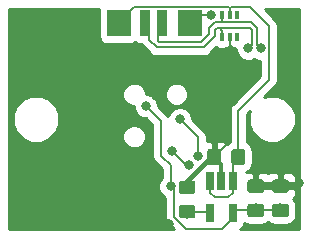
<source format=gbr>
G04 #@! TF.GenerationSoftware,KiCad,Pcbnew,(5.0.0)*
G04 #@! TF.CreationDate,2018-09-26T10:31:33+02:00*
G04 #@! TF.ProjectId,OpenThermalCamera,4F70656E546865726D616C43616D6572,rev?*
G04 #@! TF.SameCoordinates,Original*
G04 #@! TF.FileFunction,Copper,L1,Top,Signal*
G04 #@! TF.FilePolarity,Positive*
%FSLAX46Y46*%
G04 Gerber Fmt 4.6, Leading zero omitted, Abs format (unit mm)*
G04 Created by KiCad (PCBNEW (5.0.0)) date 09/26/18 10:31:33*
%MOMM*%
%LPD*%
G01*
G04 APERTURE LIST*
G04 #@! TA.AperFunction,SMDPad,CuDef*
%ADD10R,0.900000X2.200000*%
G04 #@! TD*
G04 #@! TA.AperFunction,SMDPad,CuDef*
%ADD11R,2.000000X2.200000*%
G04 #@! TD*
G04 #@! TA.AperFunction,Conductor*
%ADD12C,0.100000*%
G04 #@! TD*
G04 #@! TA.AperFunction,SMDPad,CuDef*
%ADD13C,1.150000*%
G04 #@! TD*
G04 #@! TA.AperFunction,SMDPad,CuDef*
%ADD14R,0.650000X1.560000*%
G04 #@! TD*
G04 #@! TA.AperFunction,SMDPad,CuDef*
%ADD15R,0.400000X0.650000*%
G04 #@! TD*
G04 #@! TA.AperFunction,ViaPad*
%ADD16C,0.800000*%
G04 #@! TD*
G04 #@! TA.AperFunction,Conductor*
%ADD17C,0.200000*%
G04 #@! TD*
G04 #@! TA.AperFunction,Conductor*
%ADD18C,0.400000*%
G04 #@! TD*
G04 #@! TA.AperFunction,Conductor*
%ADD19C,0.300000*%
G04 #@! TD*
G04 #@! TA.AperFunction,Conductor*
%ADD20C,0.254000*%
G04 #@! TD*
G04 APERTURE END LIST*
D10*
G04 #@! TO.P,J2,2*
G04 #@! TO.N,/USB_N*
X39250000Y-28900000D03*
D11*
G04 #@! TO.P,J2,1*
G04 #@! TO.N,+5V*
X37000000Y-28900000D03*
G04 #@! TO.P,J2,4*
G04 #@! TO.N,GND*
X43000000Y-28900000D03*
D10*
G04 #@! TO.P,J2,3*
G04 #@! TO.N,/USB_P*
X40650000Y-28900000D03*
G04 #@! TD*
D12*
G04 #@! TO.N,GND*
G04 #@! TO.C,C6*
G36*
X51174505Y-42101204D02*
X51198773Y-42104804D01*
X51222572Y-42110765D01*
X51245671Y-42119030D01*
X51267850Y-42129520D01*
X51288893Y-42142132D01*
X51308599Y-42156747D01*
X51326777Y-42173223D01*
X51343253Y-42191401D01*
X51357868Y-42211107D01*
X51370480Y-42232150D01*
X51380970Y-42254329D01*
X51389235Y-42277428D01*
X51395196Y-42301227D01*
X51398796Y-42325495D01*
X51400000Y-42349999D01*
X51400000Y-43000001D01*
X51398796Y-43024505D01*
X51395196Y-43048773D01*
X51389235Y-43072572D01*
X51380970Y-43095671D01*
X51370480Y-43117850D01*
X51357868Y-43138893D01*
X51343253Y-43158599D01*
X51326777Y-43176777D01*
X51308599Y-43193253D01*
X51288893Y-43207868D01*
X51267850Y-43220480D01*
X51245671Y-43230970D01*
X51222572Y-43239235D01*
X51198773Y-43245196D01*
X51174505Y-43248796D01*
X51150001Y-43250000D01*
X50249999Y-43250000D01*
X50225495Y-43248796D01*
X50201227Y-43245196D01*
X50177428Y-43239235D01*
X50154329Y-43230970D01*
X50132150Y-43220480D01*
X50111107Y-43207868D01*
X50091401Y-43193253D01*
X50073223Y-43176777D01*
X50056747Y-43158599D01*
X50042132Y-43138893D01*
X50029520Y-43117850D01*
X50019030Y-43095671D01*
X50010765Y-43072572D01*
X50004804Y-43048773D01*
X50001204Y-43024505D01*
X50000000Y-43000001D01*
X50000000Y-42349999D01*
X50001204Y-42325495D01*
X50004804Y-42301227D01*
X50010765Y-42277428D01*
X50019030Y-42254329D01*
X50029520Y-42232150D01*
X50042132Y-42211107D01*
X50056747Y-42191401D01*
X50073223Y-42173223D01*
X50091401Y-42156747D01*
X50111107Y-42142132D01*
X50132150Y-42129520D01*
X50154329Y-42119030D01*
X50177428Y-42110765D01*
X50201227Y-42104804D01*
X50225495Y-42101204D01*
X50249999Y-42100000D01*
X51150001Y-42100000D01*
X51174505Y-42101204D01*
X51174505Y-42101204D01*
G37*
D13*
G04 #@! TD*
G04 #@! TO.P,C6,2*
G04 #@! TO.N,GND*
X50700000Y-42675000D03*
D12*
G04 #@! TO.N,+3V3*
G04 #@! TO.C,C6*
G36*
X51174505Y-44151204D02*
X51198773Y-44154804D01*
X51222572Y-44160765D01*
X51245671Y-44169030D01*
X51267850Y-44179520D01*
X51288893Y-44192132D01*
X51308599Y-44206747D01*
X51326777Y-44223223D01*
X51343253Y-44241401D01*
X51357868Y-44261107D01*
X51370480Y-44282150D01*
X51380970Y-44304329D01*
X51389235Y-44327428D01*
X51395196Y-44351227D01*
X51398796Y-44375495D01*
X51400000Y-44399999D01*
X51400000Y-45050001D01*
X51398796Y-45074505D01*
X51395196Y-45098773D01*
X51389235Y-45122572D01*
X51380970Y-45145671D01*
X51370480Y-45167850D01*
X51357868Y-45188893D01*
X51343253Y-45208599D01*
X51326777Y-45226777D01*
X51308599Y-45243253D01*
X51288893Y-45257868D01*
X51267850Y-45270480D01*
X51245671Y-45280970D01*
X51222572Y-45289235D01*
X51198773Y-45295196D01*
X51174505Y-45298796D01*
X51150001Y-45300000D01*
X50249999Y-45300000D01*
X50225495Y-45298796D01*
X50201227Y-45295196D01*
X50177428Y-45289235D01*
X50154329Y-45280970D01*
X50132150Y-45270480D01*
X50111107Y-45257868D01*
X50091401Y-45243253D01*
X50073223Y-45226777D01*
X50056747Y-45208599D01*
X50042132Y-45188893D01*
X50029520Y-45167850D01*
X50019030Y-45145671D01*
X50010765Y-45122572D01*
X50004804Y-45098773D01*
X50001204Y-45074505D01*
X50000000Y-45050001D01*
X50000000Y-44399999D01*
X50001204Y-44375495D01*
X50004804Y-44351227D01*
X50010765Y-44327428D01*
X50019030Y-44304329D01*
X50029520Y-44282150D01*
X50042132Y-44261107D01*
X50056747Y-44241401D01*
X50073223Y-44223223D01*
X50091401Y-44206747D01*
X50111107Y-44192132D01*
X50132150Y-44179520D01*
X50154329Y-44169030D01*
X50177428Y-44160765D01*
X50201227Y-44154804D01*
X50225495Y-44151204D01*
X50249999Y-44150000D01*
X51150001Y-44150000D01*
X51174505Y-44151204D01*
X51174505Y-44151204D01*
G37*
D13*
G04 #@! TD*
G04 #@! TO.P,C6,1*
G04 #@! TO.N,+3V3*
X50700000Y-44725000D03*
D12*
G04 #@! TO.N,GND*
G04 #@! TO.C,C3*
G36*
X45424505Y-39501204D02*
X45448773Y-39504804D01*
X45472572Y-39510765D01*
X45495671Y-39519030D01*
X45517850Y-39529520D01*
X45538893Y-39542132D01*
X45558599Y-39556747D01*
X45576777Y-39573223D01*
X45593253Y-39591401D01*
X45607868Y-39611107D01*
X45620480Y-39632150D01*
X45630970Y-39654329D01*
X45639235Y-39677428D01*
X45645196Y-39701227D01*
X45648796Y-39725495D01*
X45650000Y-39749999D01*
X45650000Y-40650001D01*
X45648796Y-40674505D01*
X45645196Y-40698773D01*
X45639235Y-40722572D01*
X45630970Y-40745671D01*
X45620480Y-40767850D01*
X45607868Y-40788893D01*
X45593253Y-40808599D01*
X45576777Y-40826777D01*
X45558599Y-40843253D01*
X45538893Y-40857868D01*
X45517850Y-40870480D01*
X45495671Y-40880970D01*
X45472572Y-40889235D01*
X45448773Y-40895196D01*
X45424505Y-40898796D01*
X45400001Y-40900000D01*
X44749999Y-40900000D01*
X44725495Y-40898796D01*
X44701227Y-40895196D01*
X44677428Y-40889235D01*
X44654329Y-40880970D01*
X44632150Y-40870480D01*
X44611107Y-40857868D01*
X44591401Y-40843253D01*
X44573223Y-40826777D01*
X44556747Y-40808599D01*
X44542132Y-40788893D01*
X44529520Y-40767850D01*
X44519030Y-40745671D01*
X44510765Y-40722572D01*
X44504804Y-40698773D01*
X44501204Y-40674505D01*
X44500000Y-40650001D01*
X44500000Y-39749999D01*
X44501204Y-39725495D01*
X44504804Y-39701227D01*
X44510765Y-39677428D01*
X44519030Y-39654329D01*
X44529520Y-39632150D01*
X44542132Y-39611107D01*
X44556747Y-39591401D01*
X44573223Y-39573223D01*
X44591401Y-39556747D01*
X44611107Y-39542132D01*
X44632150Y-39529520D01*
X44654329Y-39519030D01*
X44677428Y-39510765D01*
X44701227Y-39504804D01*
X44725495Y-39501204D01*
X44749999Y-39500000D01*
X45400001Y-39500000D01*
X45424505Y-39501204D01*
X45424505Y-39501204D01*
G37*
D13*
G04 #@! TD*
G04 #@! TO.P,C3,2*
G04 #@! TO.N,GND*
X45075000Y-40200000D03*
D12*
G04 #@! TO.N,+5V*
G04 #@! TO.C,C3*
G36*
X47474505Y-39501204D02*
X47498773Y-39504804D01*
X47522572Y-39510765D01*
X47545671Y-39519030D01*
X47567850Y-39529520D01*
X47588893Y-39542132D01*
X47608599Y-39556747D01*
X47626777Y-39573223D01*
X47643253Y-39591401D01*
X47657868Y-39611107D01*
X47670480Y-39632150D01*
X47680970Y-39654329D01*
X47689235Y-39677428D01*
X47695196Y-39701227D01*
X47698796Y-39725495D01*
X47700000Y-39749999D01*
X47700000Y-40650001D01*
X47698796Y-40674505D01*
X47695196Y-40698773D01*
X47689235Y-40722572D01*
X47680970Y-40745671D01*
X47670480Y-40767850D01*
X47657868Y-40788893D01*
X47643253Y-40808599D01*
X47626777Y-40826777D01*
X47608599Y-40843253D01*
X47588893Y-40857868D01*
X47567850Y-40870480D01*
X47545671Y-40880970D01*
X47522572Y-40889235D01*
X47498773Y-40895196D01*
X47474505Y-40898796D01*
X47450001Y-40900000D01*
X46799999Y-40900000D01*
X46775495Y-40898796D01*
X46751227Y-40895196D01*
X46727428Y-40889235D01*
X46704329Y-40880970D01*
X46682150Y-40870480D01*
X46661107Y-40857868D01*
X46641401Y-40843253D01*
X46623223Y-40826777D01*
X46606747Y-40808599D01*
X46592132Y-40788893D01*
X46579520Y-40767850D01*
X46569030Y-40745671D01*
X46560765Y-40722572D01*
X46554804Y-40698773D01*
X46551204Y-40674505D01*
X46550000Y-40650001D01*
X46550000Y-39749999D01*
X46551204Y-39725495D01*
X46554804Y-39701227D01*
X46560765Y-39677428D01*
X46569030Y-39654329D01*
X46579520Y-39632150D01*
X46592132Y-39611107D01*
X46606747Y-39591401D01*
X46623223Y-39573223D01*
X46641401Y-39556747D01*
X46661107Y-39542132D01*
X46682150Y-39529520D01*
X46704329Y-39519030D01*
X46727428Y-39510765D01*
X46751227Y-39504804D01*
X46775495Y-39501204D01*
X46799999Y-39500000D01*
X47450001Y-39500000D01*
X47474505Y-39501204D01*
X47474505Y-39501204D01*
G37*
D13*
G04 #@! TD*
G04 #@! TO.P,C3,1*
G04 #@! TO.N,+5V*
X47125000Y-40200000D03*
D12*
G04 #@! TO.N,GND*
G04 #@! TO.C,C2*
G36*
X43274505Y-42201204D02*
X43298773Y-42204804D01*
X43322572Y-42210765D01*
X43345671Y-42219030D01*
X43367850Y-42229520D01*
X43388893Y-42242132D01*
X43408599Y-42256747D01*
X43426777Y-42273223D01*
X43443253Y-42291401D01*
X43457868Y-42311107D01*
X43470480Y-42332150D01*
X43480970Y-42354329D01*
X43489235Y-42377428D01*
X43495196Y-42401227D01*
X43498796Y-42425495D01*
X43500000Y-42449999D01*
X43500000Y-43100001D01*
X43498796Y-43124505D01*
X43495196Y-43148773D01*
X43489235Y-43172572D01*
X43480970Y-43195671D01*
X43470480Y-43217850D01*
X43457868Y-43238893D01*
X43443253Y-43258599D01*
X43426777Y-43276777D01*
X43408599Y-43293253D01*
X43388893Y-43307868D01*
X43367850Y-43320480D01*
X43345671Y-43330970D01*
X43322572Y-43339235D01*
X43298773Y-43345196D01*
X43274505Y-43348796D01*
X43250001Y-43350000D01*
X42349999Y-43350000D01*
X42325495Y-43348796D01*
X42301227Y-43345196D01*
X42277428Y-43339235D01*
X42254329Y-43330970D01*
X42232150Y-43320480D01*
X42211107Y-43307868D01*
X42191401Y-43293253D01*
X42173223Y-43276777D01*
X42156747Y-43258599D01*
X42142132Y-43238893D01*
X42129520Y-43217850D01*
X42119030Y-43195671D01*
X42110765Y-43172572D01*
X42104804Y-43148773D01*
X42101204Y-43124505D01*
X42100000Y-43100001D01*
X42100000Y-42449999D01*
X42101204Y-42425495D01*
X42104804Y-42401227D01*
X42110765Y-42377428D01*
X42119030Y-42354329D01*
X42129520Y-42332150D01*
X42142132Y-42311107D01*
X42156747Y-42291401D01*
X42173223Y-42273223D01*
X42191401Y-42256747D01*
X42211107Y-42242132D01*
X42232150Y-42229520D01*
X42254329Y-42219030D01*
X42277428Y-42210765D01*
X42301227Y-42204804D01*
X42325495Y-42201204D01*
X42349999Y-42200000D01*
X43250001Y-42200000D01*
X43274505Y-42201204D01*
X43274505Y-42201204D01*
G37*
D13*
G04 #@! TD*
G04 #@! TO.P,C2,2*
G04 #@! TO.N,GND*
X42800000Y-42775000D03*
D12*
G04 #@! TO.N,Net-(C2-Pad1)*
G04 #@! TO.C,C2*
G36*
X43274505Y-44251204D02*
X43298773Y-44254804D01*
X43322572Y-44260765D01*
X43345671Y-44269030D01*
X43367850Y-44279520D01*
X43388893Y-44292132D01*
X43408599Y-44306747D01*
X43426777Y-44323223D01*
X43443253Y-44341401D01*
X43457868Y-44361107D01*
X43470480Y-44382150D01*
X43480970Y-44404329D01*
X43489235Y-44427428D01*
X43495196Y-44451227D01*
X43498796Y-44475495D01*
X43500000Y-44499999D01*
X43500000Y-45150001D01*
X43498796Y-45174505D01*
X43495196Y-45198773D01*
X43489235Y-45222572D01*
X43480970Y-45245671D01*
X43470480Y-45267850D01*
X43457868Y-45288893D01*
X43443253Y-45308599D01*
X43426777Y-45326777D01*
X43408599Y-45343253D01*
X43388893Y-45357868D01*
X43367850Y-45370480D01*
X43345671Y-45380970D01*
X43322572Y-45389235D01*
X43298773Y-45395196D01*
X43274505Y-45398796D01*
X43250001Y-45400000D01*
X42349999Y-45400000D01*
X42325495Y-45398796D01*
X42301227Y-45395196D01*
X42277428Y-45389235D01*
X42254329Y-45380970D01*
X42232150Y-45370480D01*
X42211107Y-45357868D01*
X42191401Y-45343253D01*
X42173223Y-45326777D01*
X42156747Y-45308599D01*
X42142132Y-45288893D01*
X42129520Y-45267850D01*
X42119030Y-45245671D01*
X42110765Y-45222572D01*
X42104804Y-45198773D01*
X42101204Y-45174505D01*
X42100000Y-45150001D01*
X42100000Y-44499999D01*
X42101204Y-44475495D01*
X42104804Y-44451227D01*
X42110765Y-44427428D01*
X42119030Y-44404329D01*
X42129520Y-44382150D01*
X42142132Y-44361107D01*
X42156747Y-44341401D01*
X42173223Y-44323223D01*
X42191401Y-44306747D01*
X42211107Y-44292132D01*
X42232150Y-44279520D01*
X42254329Y-44269030D01*
X42277428Y-44260765D01*
X42301227Y-44254804D01*
X42325495Y-44251204D01*
X42349999Y-44250000D01*
X43250001Y-44250000D01*
X43274505Y-44251204D01*
X43274505Y-44251204D01*
G37*
D13*
G04 #@! TD*
G04 #@! TO.P,C2,1*
G04 #@! TO.N,Net-(C2-Pad1)*
X42800000Y-44825000D03*
D12*
G04 #@! TO.N,+3V3*
G04 #@! TO.C,C1*
G36*
X49074505Y-44151204D02*
X49098773Y-44154804D01*
X49122572Y-44160765D01*
X49145671Y-44169030D01*
X49167850Y-44179520D01*
X49188893Y-44192132D01*
X49208599Y-44206747D01*
X49226777Y-44223223D01*
X49243253Y-44241401D01*
X49257868Y-44261107D01*
X49270480Y-44282150D01*
X49280970Y-44304329D01*
X49289235Y-44327428D01*
X49295196Y-44351227D01*
X49298796Y-44375495D01*
X49300000Y-44399999D01*
X49300000Y-45050001D01*
X49298796Y-45074505D01*
X49295196Y-45098773D01*
X49289235Y-45122572D01*
X49280970Y-45145671D01*
X49270480Y-45167850D01*
X49257868Y-45188893D01*
X49243253Y-45208599D01*
X49226777Y-45226777D01*
X49208599Y-45243253D01*
X49188893Y-45257868D01*
X49167850Y-45270480D01*
X49145671Y-45280970D01*
X49122572Y-45289235D01*
X49098773Y-45295196D01*
X49074505Y-45298796D01*
X49050001Y-45300000D01*
X48149999Y-45300000D01*
X48125495Y-45298796D01*
X48101227Y-45295196D01*
X48077428Y-45289235D01*
X48054329Y-45280970D01*
X48032150Y-45270480D01*
X48011107Y-45257868D01*
X47991401Y-45243253D01*
X47973223Y-45226777D01*
X47956747Y-45208599D01*
X47942132Y-45188893D01*
X47929520Y-45167850D01*
X47919030Y-45145671D01*
X47910765Y-45122572D01*
X47904804Y-45098773D01*
X47901204Y-45074505D01*
X47900000Y-45050001D01*
X47900000Y-44399999D01*
X47901204Y-44375495D01*
X47904804Y-44351227D01*
X47910765Y-44327428D01*
X47919030Y-44304329D01*
X47929520Y-44282150D01*
X47942132Y-44261107D01*
X47956747Y-44241401D01*
X47973223Y-44223223D01*
X47991401Y-44206747D01*
X48011107Y-44192132D01*
X48032150Y-44179520D01*
X48054329Y-44169030D01*
X48077428Y-44160765D01*
X48101227Y-44154804D01*
X48125495Y-44151204D01*
X48149999Y-44150000D01*
X49050001Y-44150000D01*
X49074505Y-44151204D01*
X49074505Y-44151204D01*
G37*
D13*
G04 #@! TD*
G04 #@! TO.P,C1,1*
G04 #@! TO.N,+3V3*
X48600000Y-44725000D03*
D12*
G04 #@! TO.N,GND*
G04 #@! TO.C,C1*
G36*
X49074505Y-42101204D02*
X49098773Y-42104804D01*
X49122572Y-42110765D01*
X49145671Y-42119030D01*
X49167850Y-42129520D01*
X49188893Y-42142132D01*
X49208599Y-42156747D01*
X49226777Y-42173223D01*
X49243253Y-42191401D01*
X49257868Y-42211107D01*
X49270480Y-42232150D01*
X49280970Y-42254329D01*
X49289235Y-42277428D01*
X49295196Y-42301227D01*
X49298796Y-42325495D01*
X49300000Y-42349999D01*
X49300000Y-43000001D01*
X49298796Y-43024505D01*
X49295196Y-43048773D01*
X49289235Y-43072572D01*
X49280970Y-43095671D01*
X49270480Y-43117850D01*
X49257868Y-43138893D01*
X49243253Y-43158599D01*
X49226777Y-43176777D01*
X49208599Y-43193253D01*
X49188893Y-43207868D01*
X49167850Y-43220480D01*
X49145671Y-43230970D01*
X49122572Y-43239235D01*
X49098773Y-43245196D01*
X49074505Y-43248796D01*
X49050001Y-43250000D01*
X48149999Y-43250000D01*
X48125495Y-43248796D01*
X48101227Y-43245196D01*
X48077428Y-43239235D01*
X48054329Y-43230970D01*
X48032150Y-43220480D01*
X48011107Y-43207868D01*
X47991401Y-43193253D01*
X47973223Y-43176777D01*
X47956747Y-43158599D01*
X47942132Y-43138893D01*
X47929520Y-43117850D01*
X47919030Y-43095671D01*
X47910765Y-43072572D01*
X47904804Y-43048773D01*
X47901204Y-43024505D01*
X47900000Y-43000001D01*
X47900000Y-42349999D01*
X47901204Y-42325495D01*
X47904804Y-42301227D01*
X47910765Y-42277428D01*
X47919030Y-42254329D01*
X47929520Y-42232150D01*
X47942132Y-42211107D01*
X47956747Y-42191401D01*
X47973223Y-42173223D01*
X47991401Y-42156747D01*
X48011107Y-42142132D01*
X48032150Y-42129520D01*
X48054329Y-42119030D01*
X48077428Y-42110765D01*
X48101227Y-42104804D01*
X48125495Y-42101204D01*
X48149999Y-42100000D01*
X49050001Y-42100000D01*
X49074505Y-42101204D01*
X49074505Y-42101204D01*
G37*
D13*
G04 #@! TD*
G04 #@! TO.P,C1,2*
G04 #@! TO.N,GND*
X48600000Y-42675000D03*
D14*
G04 #@! TO.P,U2,1*
G04 #@! TO.N,+5V*
X46650000Y-42250000D03*
G04 #@! TO.P,U2,2*
G04 #@! TO.N,GND*
X45700000Y-42250000D03*
G04 #@! TO.P,U2,3*
G04 #@! TO.N,+5V*
X44750000Y-42250000D03*
G04 #@! TO.P,U2,4*
G04 #@! TO.N,Net-(C2-Pad1)*
X44750000Y-44950000D03*
G04 #@! TO.P,U2,5*
G04 #@! TO.N,+3V3*
X46650000Y-44950000D03*
G04 #@! TD*
D15*
G04 #@! TO.P,U4,1*
G04 #@! TO.N,/USB_N*
X45750000Y-30050000D03*
G04 #@! TO.P,U4,3*
G04 #@! TO.N,Net-(U4-Pad3)*
X47050000Y-30050000D03*
G04 #@! TO.P,U4,5*
G04 #@! TO.N,+5V*
X46400000Y-28150000D03*
G04 #@! TO.P,U4,2*
G04 #@! TO.N,GND*
X46400000Y-30050000D03*
G04 #@! TO.P,U4,4*
G04 #@! TO.N,Net-(U4-Pad4)*
X47050000Y-28150000D03*
G04 #@! TO.P,U4,6*
G04 #@! TO.N,/USB_P*
X45750000Y-28150000D03*
G04 #@! TD*
D16*
G04 #@! TO.N,/I2C_SCL*
X41500000Y-39700000D03*
X42984307Y-40884307D03*
G04 #@! TO.N,GND*
X41300000Y-45900000D03*
X44800000Y-28200000D03*
X46400000Y-31300000D03*
X52300000Y-42400000D03*
X40200000Y-35000000D03*
X51400000Y-29100000D03*
X29200000Y-45200000D03*
X34400000Y-39300000D03*
X44700000Y-33600000D03*
X38300000Y-31900000D03*
X30500000Y-32000000D03*
G04 #@! TO.N,+3V3*
X41400000Y-42700000D03*
X39307898Y-35900000D03*
G04 #@! TO.N,/I2C_SDA*
X42200000Y-37000000D03*
X43734307Y-40134307D03*
G04 #@! TO.N,/USB_P*
X49025000Y-31000000D03*
G04 #@! TO.N,/USB_N*
X47975000Y-31000000D03*
G04 #@! TD*
D17*
G04 #@! TO.N,/I2C_SCL*
X41500000Y-39700000D02*
X42684307Y-40884307D01*
X42684307Y-40884307D02*
X42984307Y-40884307D01*
G04 #@! TO.N,GND*
X46400000Y-31300000D02*
X46400000Y-30050000D01*
X46400000Y-38875000D02*
X45075000Y-40200000D01*
X48875000Y-42400000D02*
X48600000Y-42675000D01*
X52300000Y-42400000D02*
X48875000Y-42400000D01*
X42800000Y-42475000D02*
X42800000Y-42775000D01*
X50975000Y-42400000D02*
X50700000Y-42675000D01*
X52300000Y-42400000D02*
X50975000Y-42400000D01*
X46360852Y-33860852D02*
X46400000Y-33900000D01*
X40200000Y-35000000D02*
X41339148Y-33860852D01*
X46400000Y-33900000D02*
X46400000Y-38875000D01*
X41600000Y-33600000D02*
X44700000Y-33600000D01*
X41339148Y-33860852D02*
X41600000Y-33600000D01*
X46400000Y-31300000D02*
X46400000Y-33600000D01*
X46400000Y-33600000D02*
X46400000Y-33900000D01*
X44700000Y-33600000D02*
X46400000Y-33600000D01*
X43700000Y-28200000D02*
X43000000Y-28900000D01*
X44800000Y-28200000D02*
X43700000Y-28200000D01*
D18*
X44800000Y-40200000D02*
X42800000Y-42200000D01*
X45075000Y-40200000D02*
X44800000Y-40200000D01*
X42800000Y-42200000D02*
X42800000Y-42475000D01*
D17*
X45300000Y-40200000D02*
X45075000Y-40200000D01*
D19*
X45700000Y-40800000D02*
X45100000Y-40200000D01*
X45700000Y-42250000D02*
X45700000Y-40800000D01*
D17*
G04 #@! TO.N,+3V3*
X50700000Y-44725000D02*
X48600000Y-44725000D01*
X46875000Y-44725000D02*
X46650000Y-44950000D01*
X48600000Y-44725000D02*
X46875000Y-44725000D01*
X45755000Y-46300000D02*
X42722166Y-46300000D01*
X46650000Y-45405000D02*
X45755000Y-46300000D01*
X46650000Y-44950000D02*
X46650000Y-45405000D01*
X41700000Y-43000000D02*
X41400000Y-42700000D01*
X42722166Y-46300000D02*
X41700000Y-45277834D01*
X41700000Y-45277834D02*
X41700000Y-43000000D01*
X40600000Y-37192102D02*
X40600000Y-40100000D01*
X41400000Y-40900000D02*
X41400000Y-42700000D01*
X40600000Y-40100000D02*
X41400000Y-40900000D01*
X40600000Y-37192102D02*
X39307898Y-35900000D01*
G04 #@! TO.N,/I2C_SDA*
X42200000Y-37000000D02*
X43734307Y-38534307D01*
X43734307Y-38534307D02*
X43734307Y-39568622D01*
X43734307Y-39568622D02*
X43734307Y-40134307D01*
G04 #@! TO.N,Net-(C2-Pad1)*
X44625000Y-44825000D02*
X44750000Y-44950000D01*
X42800000Y-44825000D02*
X44625000Y-44825000D01*
G04 #@! TO.N,+5V*
X49725001Y-29125001D02*
X49725001Y-33674999D01*
X47125000Y-36275000D02*
X47125000Y-40200000D01*
X49725001Y-33674999D02*
X47125000Y-36275000D01*
X46650000Y-43230000D02*
X46280000Y-43600000D01*
X46650000Y-42250000D02*
X46650000Y-43230000D01*
X44750000Y-43230000D02*
X44750000Y-42250000D01*
X45120000Y-43600000D02*
X44750000Y-43230000D01*
X46280000Y-43600000D02*
X45120000Y-43600000D01*
X46650000Y-40675000D02*
X47125000Y-40200000D01*
X46650000Y-42250000D02*
X46650000Y-40675000D01*
X46274999Y-27499999D02*
X46400000Y-27625000D01*
X38300001Y-27499999D02*
X46274999Y-27499999D01*
X37000000Y-28800000D02*
X38300001Y-27499999D01*
X37000000Y-28900000D02*
X37000000Y-28800000D01*
X48124999Y-27524999D02*
X49725001Y-29125001D01*
X46500001Y-27524999D02*
X48124999Y-27524999D01*
X46400000Y-27625000D02*
X46500001Y-27524999D01*
X46400000Y-28150000D02*
X46400000Y-27625000D01*
G04 #@! TO.N,/USB_P*
X45836410Y-28800000D02*
X46100000Y-28800000D01*
X45700000Y-28725000D02*
X45700000Y-28800000D01*
X45750000Y-28675000D02*
X45700000Y-28725000D01*
X45750000Y-28150000D02*
X45750000Y-28675000D01*
X45300000Y-28800000D02*
X45700000Y-28800000D01*
X45700000Y-28800000D02*
X46100000Y-28800000D01*
X48725000Y-30700000D02*
X49025000Y-31000000D01*
X48725000Y-29306800D02*
X48725000Y-30700000D01*
X46100000Y-28800000D02*
X48218200Y-28800000D01*
X48218200Y-28800000D02*
X48725000Y-29306800D01*
X45163590Y-28800000D02*
X45300000Y-28800000D01*
X44675000Y-29288590D02*
X45163590Y-28800000D01*
X44675000Y-29806800D02*
X44675000Y-29288590D01*
X40600000Y-29600000D02*
X40300000Y-29900000D01*
X40600000Y-28900000D02*
X40600000Y-29600000D01*
X40300000Y-29900000D02*
X40300000Y-30381800D01*
X40300000Y-30381800D02*
X40393200Y-30475000D01*
X40393200Y-30475000D02*
X44006800Y-30475000D01*
X44006800Y-30475000D02*
X44675000Y-29806800D01*
X45400000Y-28800000D02*
X45625000Y-28800000D01*
G04 #@! TO.N,/USB_N*
X45500000Y-29300000D02*
X45525000Y-29300000D01*
X45600000Y-29300000D02*
X45500000Y-29300000D01*
X45700000Y-29300000D02*
X45600000Y-29300000D01*
X48275000Y-29493200D02*
X48275000Y-30700000D01*
X48275000Y-30700000D02*
X47975000Y-31000000D01*
X48081800Y-29300000D02*
X48275000Y-29493200D01*
X45300000Y-29300000D02*
X45500000Y-29300000D01*
X45300000Y-29300000D02*
X46300000Y-29300000D01*
X45800000Y-29300000D02*
X46300000Y-29300000D01*
X46300000Y-29300000D02*
X48081800Y-29300000D01*
X45700000Y-29475000D02*
X45700000Y-29300000D01*
X45750000Y-29525000D02*
X45700000Y-29475000D01*
X45750000Y-30050000D02*
X45750000Y-29525000D01*
X45125000Y-29475000D02*
X45300000Y-29300000D01*
X45125000Y-29993200D02*
X45125000Y-29475000D01*
X39300000Y-29600000D02*
X39600000Y-29900000D01*
X39300000Y-28900000D02*
X39300000Y-29600000D01*
X39600000Y-29900000D02*
X39600000Y-30318200D01*
X39600000Y-30318200D02*
X40206800Y-30925000D01*
X40206800Y-30925000D02*
X44193200Y-30925000D01*
X44193200Y-30925000D02*
X45125000Y-29993200D01*
G04 #@! TD*
D20*
G04 #@! TO.N,GND*
G36*
X52290000Y-46290000D02*
X47279871Y-46290000D01*
X47432809Y-46187809D01*
X47573157Y-45977765D01*
X47617858Y-45753037D01*
X47806564Y-45879127D01*
X48149999Y-45947440D01*
X49050001Y-45947440D01*
X49393436Y-45879127D01*
X49650000Y-45707696D01*
X49906564Y-45879127D01*
X50249999Y-45947440D01*
X51150001Y-45947440D01*
X51493436Y-45879127D01*
X51784586Y-45684586D01*
X51979127Y-45393436D01*
X52047440Y-45050001D01*
X52047440Y-44399999D01*
X51979127Y-44056564D01*
X51784586Y-43765414D01*
X51783403Y-43764623D01*
X51938327Y-43609698D01*
X52035000Y-43376309D01*
X52035000Y-42960750D01*
X51876250Y-42802000D01*
X50827000Y-42802000D01*
X50827000Y-42822000D01*
X50573000Y-42822000D01*
X50573000Y-42802000D01*
X48727000Y-42802000D01*
X48727000Y-42822000D01*
X48473000Y-42822000D01*
X48473000Y-42802000D01*
X48453000Y-42802000D01*
X48453000Y-42548000D01*
X48473000Y-42548000D01*
X48473000Y-41623750D01*
X48727000Y-41623750D01*
X48727000Y-42548000D01*
X50573000Y-42548000D01*
X50573000Y-41623750D01*
X50827000Y-41623750D01*
X50827000Y-42548000D01*
X51876250Y-42548000D01*
X52035000Y-42389250D01*
X52035000Y-41973691D01*
X51938327Y-41740302D01*
X51759699Y-41561673D01*
X51526310Y-41465000D01*
X50985750Y-41465000D01*
X50827000Y-41623750D01*
X50573000Y-41623750D01*
X50414250Y-41465000D01*
X49873690Y-41465000D01*
X49650000Y-41557656D01*
X49426310Y-41465000D01*
X48885750Y-41465000D01*
X48727000Y-41623750D01*
X48473000Y-41623750D01*
X48314250Y-41465000D01*
X47814578Y-41465000D01*
X48084586Y-41284586D01*
X48279127Y-40993436D01*
X48347440Y-40650001D01*
X48347440Y-39749999D01*
X48279127Y-39406564D01*
X48084586Y-39115414D01*
X47860000Y-38965350D01*
X47860000Y-36579446D01*
X48142784Y-36296662D01*
X48015000Y-36605159D01*
X48015000Y-37394841D01*
X48317199Y-38124412D01*
X48875588Y-38682801D01*
X49605159Y-38985000D01*
X50394841Y-38985000D01*
X51124412Y-38682801D01*
X51682801Y-38124412D01*
X51985000Y-37394841D01*
X51985000Y-36605159D01*
X51682801Y-35875588D01*
X51124412Y-35317199D01*
X50394841Y-35015000D01*
X49605159Y-35015000D01*
X49296663Y-35142784D01*
X50193538Y-34245908D01*
X50254906Y-34204904D01*
X50417355Y-33961782D01*
X50460001Y-33747387D01*
X50474400Y-33674999D01*
X50460001Y-33602611D01*
X50460001Y-29197389D01*
X50474400Y-29125001D01*
X50424152Y-28872388D01*
X50417355Y-28838218D01*
X50254906Y-28595096D01*
X50193539Y-28554092D01*
X49349446Y-27710000D01*
X52290001Y-27710000D01*
X52290000Y-46290000D01*
X52290000Y-46290000D01*
G37*
X52290000Y-46290000D02*
X47279871Y-46290000D01*
X47432809Y-46187809D01*
X47573157Y-45977765D01*
X47617858Y-45753037D01*
X47806564Y-45879127D01*
X48149999Y-45947440D01*
X49050001Y-45947440D01*
X49393436Y-45879127D01*
X49650000Y-45707696D01*
X49906564Y-45879127D01*
X50249999Y-45947440D01*
X51150001Y-45947440D01*
X51493436Y-45879127D01*
X51784586Y-45684586D01*
X51979127Y-45393436D01*
X52047440Y-45050001D01*
X52047440Y-44399999D01*
X51979127Y-44056564D01*
X51784586Y-43765414D01*
X51783403Y-43764623D01*
X51938327Y-43609698D01*
X52035000Y-43376309D01*
X52035000Y-42960750D01*
X51876250Y-42802000D01*
X50827000Y-42802000D01*
X50827000Y-42822000D01*
X50573000Y-42822000D01*
X50573000Y-42802000D01*
X48727000Y-42802000D01*
X48727000Y-42822000D01*
X48473000Y-42822000D01*
X48473000Y-42802000D01*
X48453000Y-42802000D01*
X48453000Y-42548000D01*
X48473000Y-42548000D01*
X48473000Y-41623750D01*
X48727000Y-41623750D01*
X48727000Y-42548000D01*
X50573000Y-42548000D01*
X50573000Y-41623750D01*
X50827000Y-41623750D01*
X50827000Y-42548000D01*
X51876250Y-42548000D01*
X52035000Y-42389250D01*
X52035000Y-41973691D01*
X51938327Y-41740302D01*
X51759699Y-41561673D01*
X51526310Y-41465000D01*
X50985750Y-41465000D01*
X50827000Y-41623750D01*
X50573000Y-41623750D01*
X50414250Y-41465000D01*
X49873690Y-41465000D01*
X49650000Y-41557656D01*
X49426310Y-41465000D01*
X48885750Y-41465000D01*
X48727000Y-41623750D01*
X48473000Y-41623750D01*
X48314250Y-41465000D01*
X47814578Y-41465000D01*
X48084586Y-41284586D01*
X48279127Y-40993436D01*
X48347440Y-40650001D01*
X48347440Y-39749999D01*
X48279127Y-39406564D01*
X48084586Y-39115414D01*
X47860000Y-38965350D01*
X47860000Y-36579446D01*
X48142784Y-36296662D01*
X48015000Y-36605159D01*
X48015000Y-37394841D01*
X48317199Y-38124412D01*
X48875588Y-38682801D01*
X49605159Y-38985000D01*
X50394841Y-38985000D01*
X51124412Y-38682801D01*
X51682801Y-38124412D01*
X51985000Y-37394841D01*
X51985000Y-36605159D01*
X51682801Y-35875588D01*
X51124412Y-35317199D01*
X50394841Y-35015000D01*
X49605159Y-35015000D01*
X49296663Y-35142784D01*
X50193538Y-34245908D01*
X50254906Y-34204904D01*
X50417355Y-33961782D01*
X50460001Y-33747387D01*
X50474400Y-33674999D01*
X50460001Y-33602611D01*
X50460001Y-29197389D01*
X50474400Y-29125001D01*
X50424152Y-28872388D01*
X50417355Y-28838218D01*
X50254906Y-28595096D01*
X50193539Y-28554092D01*
X49349446Y-27710000D01*
X52290001Y-27710000D01*
X52290000Y-46290000D01*
G36*
X35352560Y-27800000D02*
X35352560Y-30000000D01*
X35401843Y-30247765D01*
X35542191Y-30457809D01*
X35752235Y-30598157D01*
X36000000Y-30647440D01*
X38000000Y-30647440D01*
X38247765Y-30598157D01*
X38400000Y-30496436D01*
X38552235Y-30598157D01*
X38800000Y-30647440D01*
X38936015Y-30647440D01*
X39070095Y-30848105D01*
X39131464Y-30889111D01*
X39635890Y-31393537D01*
X39676895Y-31454905D01*
X39920017Y-31617354D01*
X40134412Y-31660000D01*
X40134416Y-31660000D01*
X40206800Y-31674398D01*
X40279184Y-31660000D01*
X44120816Y-31660000D01*
X44193200Y-31674398D01*
X44265584Y-31660000D01*
X44265588Y-31660000D01*
X44479983Y-31617354D01*
X44723105Y-31454905D01*
X44764111Y-31393535D01*
X45231652Y-30925995D01*
X45302235Y-30973157D01*
X45550000Y-31022440D01*
X45950000Y-31022440D01*
X46053852Y-31001783D01*
X46073690Y-31010000D01*
X46141250Y-31010000D01*
X46173208Y-30978042D01*
X46197765Y-30973157D01*
X46400000Y-30838027D01*
X46602235Y-30973157D01*
X46626792Y-30978042D01*
X46658750Y-31010000D01*
X46726310Y-31010000D01*
X46746148Y-31001783D01*
X46850000Y-31022440D01*
X46940000Y-31022440D01*
X46940000Y-31205874D01*
X47097569Y-31586280D01*
X47388720Y-31877431D01*
X47769126Y-32035000D01*
X48180874Y-32035000D01*
X48500000Y-31902814D01*
X48819126Y-32035000D01*
X48990002Y-32035000D01*
X48990002Y-33370551D01*
X46656465Y-35704089D01*
X46595095Y-35745095D01*
X46432646Y-35988218D01*
X46390000Y-36202613D01*
X46390000Y-36202616D01*
X46375602Y-36275000D01*
X46390000Y-36347384D01*
X46390001Y-38965349D01*
X46165414Y-39115414D01*
X46164623Y-39116597D01*
X46009698Y-38961673D01*
X45776309Y-38865000D01*
X45360750Y-38865000D01*
X45202000Y-39023750D01*
X45202000Y-40073000D01*
X45222000Y-40073000D01*
X45222000Y-40327000D01*
X45202000Y-40327000D01*
X45202000Y-40347000D01*
X44948000Y-40347000D01*
X44948000Y-40327000D01*
X44928000Y-40327000D01*
X44928000Y-40073000D01*
X44948000Y-40073000D01*
X44948000Y-39023750D01*
X44789250Y-38865000D01*
X44469307Y-38865000D01*
X44469307Y-38606695D01*
X44483706Y-38534307D01*
X44426661Y-38247525D01*
X44426661Y-38247524D01*
X44264212Y-38004402D01*
X44202845Y-37963398D01*
X43235000Y-36995554D01*
X43235000Y-36794126D01*
X43077431Y-36413720D01*
X42786280Y-36122569D01*
X42405874Y-35965000D01*
X41994126Y-35965000D01*
X41613720Y-36122569D01*
X41322569Y-36413720D01*
X41185304Y-36745108D01*
X41129905Y-36662197D01*
X41068538Y-36621193D01*
X40342898Y-35895554D01*
X40342898Y-35694126D01*
X40185329Y-35313720D01*
X39894178Y-35022569D01*
X39513772Y-34865000D01*
X39292898Y-34865000D01*
X39292898Y-34704071D01*
X40915000Y-34704071D01*
X40915000Y-35095929D01*
X41064958Y-35457958D01*
X41342042Y-35735042D01*
X41704071Y-35885000D01*
X42095929Y-35885000D01*
X42457958Y-35735042D01*
X42735042Y-35457958D01*
X42885000Y-35095929D01*
X42885000Y-34704071D01*
X42735042Y-34342042D01*
X42457958Y-34064958D01*
X42095929Y-33915000D01*
X41704071Y-33915000D01*
X41342042Y-34064958D01*
X41064958Y-34342042D01*
X40915000Y-34704071D01*
X39292898Y-34704071D01*
X39142940Y-34342042D01*
X38865856Y-34064958D01*
X38503827Y-33915000D01*
X38111969Y-33915000D01*
X37749940Y-34064958D01*
X37472856Y-34342042D01*
X37322898Y-34704071D01*
X37322898Y-35095929D01*
X37472856Y-35457958D01*
X37749940Y-35735042D01*
X38111969Y-35885000D01*
X38272898Y-35885000D01*
X38272898Y-36105874D01*
X38430467Y-36486280D01*
X38721618Y-36777431D01*
X39102024Y-36935000D01*
X39303452Y-36935000D01*
X39865000Y-37496549D01*
X39865001Y-40027611D01*
X39850602Y-40100000D01*
X39907646Y-40386782D01*
X39974465Y-40486783D01*
X40070096Y-40629905D01*
X40131463Y-40670909D01*
X40665000Y-41204447D01*
X40665001Y-41971288D01*
X40522569Y-42113720D01*
X40365000Y-42494126D01*
X40365000Y-42905874D01*
X40522569Y-43286280D01*
X40813720Y-43577431D01*
X40965001Y-43640093D01*
X40965000Y-45205449D01*
X40950602Y-45277834D01*
X40965000Y-45350218D01*
X40965000Y-45350221D01*
X41007646Y-45564616D01*
X41170095Y-45807739D01*
X41231465Y-45848745D01*
X41672720Y-46290000D01*
X27710000Y-46290000D01*
X27710000Y-36605159D01*
X28015000Y-36605159D01*
X28015000Y-37394841D01*
X28317199Y-38124412D01*
X28875588Y-38682801D01*
X29605159Y-38985000D01*
X30394841Y-38985000D01*
X31124412Y-38682801D01*
X31511040Y-38296173D01*
X37322898Y-38296173D01*
X37322898Y-38688031D01*
X37472856Y-39050060D01*
X37749940Y-39327144D01*
X38111969Y-39477102D01*
X38503827Y-39477102D01*
X38865856Y-39327144D01*
X39142940Y-39050060D01*
X39292898Y-38688031D01*
X39292898Y-38296173D01*
X39142940Y-37934144D01*
X38865856Y-37657060D01*
X38503827Y-37507102D01*
X38111969Y-37507102D01*
X37749940Y-37657060D01*
X37472856Y-37934144D01*
X37322898Y-38296173D01*
X31511040Y-38296173D01*
X31682801Y-38124412D01*
X31985000Y-37394841D01*
X31985000Y-36605159D01*
X31682801Y-35875588D01*
X31124412Y-35317199D01*
X30394841Y-35015000D01*
X29605159Y-35015000D01*
X28875588Y-35317199D01*
X28317199Y-35875588D01*
X28015000Y-36605159D01*
X27710000Y-36605159D01*
X27710000Y-27710000D01*
X35370462Y-27710000D01*
X35352560Y-27800000D01*
X35352560Y-27800000D01*
G37*
X35352560Y-27800000D02*
X35352560Y-30000000D01*
X35401843Y-30247765D01*
X35542191Y-30457809D01*
X35752235Y-30598157D01*
X36000000Y-30647440D01*
X38000000Y-30647440D01*
X38247765Y-30598157D01*
X38400000Y-30496436D01*
X38552235Y-30598157D01*
X38800000Y-30647440D01*
X38936015Y-30647440D01*
X39070095Y-30848105D01*
X39131464Y-30889111D01*
X39635890Y-31393537D01*
X39676895Y-31454905D01*
X39920017Y-31617354D01*
X40134412Y-31660000D01*
X40134416Y-31660000D01*
X40206800Y-31674398D01*
X40279184Y-31660000D01*
X44120816Y-31660000D01*
X44193200Y-31674398D01*
X44265584Y-31660000D01*
X44265588Y-31660000D01*
X44479983Y-31617354D01*
X44723105Y-31454905D01*
X44764111Y-31393535D01*
X45231652Y-30925995D01*
X45302235Y-30973157D01*
X45550000Y-31022440D01*
X45950000Y-31022440D01*
X46053852Y-31001783D01*
X46073690Y-31010000D01*
X46141250Y-31010000D01*
X46173208Y-30978042D01*
X46197765Y-30973157D01*
X46400000Y-30838027D01*
X46602235Y-30973157D01*
X46626792Y-30978042D01*
X46658750Y-31010000D01*
X46726310Y-31010000D01*
X46746148Y-31001783D01*
X46850000Y-31022440D01*
X46940000Y-31022440D01*
X46940000Y-31205874D01*
X47097569Y-31586280D01*
X47388720Y-31877431D01*
X47769126Y-32035000D01*
X48180874Y-32035000D01*
X48500000Y-31902814D01*
X48819126Y-32035000D01*
X48990002Y-32035000D01*
X48990002Y-33370551D01*
X46656465Y-35704089D01*
X46595095Y-35745095D01*
X46432646Y-35988218D01*
X46390000Y-36202613D01*
X46390000Y-36202616D01*
X46375602Y-36275000D01*
X46390000Y-36347384D01*
X46390001Y-38965349D01*
X46165414Y-39115414D01*
X46164623Y-39116597D01*
X46009698Y-38961673D01*
X45776309Y-38865000D01*
X45360750Y-38865000D01*
X45202000Y-39023750D01*
X45202000Y-40073000D01*
X45222000Y-40073000D01*
X45222000Y-40327000D01*
X45202000Y-40327000D01*
X45202000Y-40347000D01*
X44948000Y-40347000D01*
X44948000Y-40327000D01*
X44928000Y-40327000D01*
X44928000Y-40073000D01*
X44948000Y-40073000D01*
X44948000Y-39023750D01*
X44789250Y-38865000D01*
X44469307Y-38865000D01*
X44469307Y-38606695D01*
X44483706Y-38534307D01*
X44426661Y-38247525D01*
X44426661Y-38247524D01*
X44264212Y-38004402D01*
X44202845Y-37963398D01*
X43235000Y-36995554D01*
X43235000Y-36794126D01*
X43077431Y-36413720D01*
X42786280Y-36122569D01*
X42405874Y-35965000D01*
X41994126Y-35965000D01*
X41613720Y-36122569D01*
X41322569Y-36413720D01*
X41185304Y-36745108D01*
X41129905Y-36662197D01*
X41068538Y-36621193D01*
X40342898Y-35895554D01*
X40342898Y-35694126D01*
X40185329Y-35313720D01*
X39894178Y-35022569D01*
X39513772Y-34865000D01*
X39292898Y-34865000D01*
X39292898Y-34704071D01*
X40915000Y-34704071D01*
X40915000Y-35095929D01*
X41064958Y-35457958D01*
X41342042Y-35735042D01*
X41704071Y-35885000D01*
X42095929Y-35885000D01*
X42457958Y-35735042D01*
X42735042Y-35457958D01*
X42885000Y-35095929D01*
X42885000Y-34704071D01*
X42735042Y-34342042D01*
X42457958Y-34064958D01*
X42095929Y-33915000D01*
X41704071Y-33915000D01*
X41342042Y-34064958D01*
X41064958Y-34342042D01*
X40915000Y-34704071D01*
X39292898Y-34704071D01*
X39142940Y-34342042D01*
X38865856Y-34064958D01*
X38503827Y-33915000D01*
X38111969Y-33915000D01*
X37749940Y-34064958D01*
X37472856Y-34342042D01*
X37322898Y-34704071D01*
X37322898Y-35095929D01*
X37472856Y-35457958D01*
X37749940Y-35735042D01*
X38111969Y-35885000D01*
X38272898Y-35885000D01*
X38272898Y-36105874D01*
X38430467Y-36486280D01*
X38721618Y-36777431D01*
X39102024Y-36935000D01*
X39303452Y-36935000D01*
X39865000Y-37496549D01*
X39865001Y-40027611D01*
X39850602Y-40100000D01*
X39907646Y-40386782D01*
X39974465Y-40486783D01*
X40070096Y-40629905D01*
X40131463Y-40670909D01*
X40665000Y-41204447D01*
X40665001Y-41971288D01*
X40522569Y-42113720D01*
X40365000Y-42494126D01*
X40365000Y-42905874D01*
X40522569Y-43286280D01*
X40813720Y-43577431D01*
X40965001Y-43640093D01*
X40965000Y-45205449D01*
X40950602Y-45277834D01*
X40965000Y-45350218D01*
X40965000Y-45350221D01*
X41007646Y-45564616D01*
X41170095Y-45807739D01*
X41231465Y-45848745D01*
X41672720Y-46290000D01*
X27710000Y-46290000D01*
X27710000Y-36605159D01*
X28015000Y-36605159D01*
X28015000Y-37394841D01*
X28317199Y-38124412D01*
X28875588Y-38682801D01*
X29605159Y-38985000D01*
X30394841Y-38985000D01*
X31124412Y-38682801D01*
X31511040Y-38296173D01*
X37322898Y-38296173D01*
X37322898Y-38688031D01*
X37472856Y-39050060D01*
X37749940Y-39327144D01*
X38111969Y-39477102D01*
X38503827Y-39477102D01*
X38865856Y-39327144D01*
X39142940Y-39050060D01*
X39292898Y-38688031D01*
X39292898Y-38296173D01*
X39142940Y-37934144D01*
X38865856Y-37657060D01*
X38503827Y-37507102D01*
X38111969Y-37507102D01*
X37749940Y-37657060D01*
X37472856Y-37934144D01*
X37322898Y-38296173D01*
X31511040Y-38296173D01*
X31682801Y-38124412D01*
X31985000Y-37394841D01*
X31985000Y-36605159D01*
X31682801Y-35875588D01*
X31124412Y-35317199D01*
X30394841Y-35015000D01*
X29605159Y-35015000D01*
X28875588Y-35317199D01*
X28317199Y-35875588D01*
X28015000Y-36605159D01*
X27710000Y-36605159D01*
X27710000Y-27710000D01*
X35370462Y-27710000D01*
X35352560Y-27800000D01*
G36*
X42927000Y-42648000D02*
X42947000Y-42648000D01*
X42947000Y-42902000D01*
X42927000Y-42902000D01*
X42927000Y-42922000D01*
X42673000Y-42922000D01*
X42673000Y-42902000D01*
X42653000Y-42902000D01*
X42653000Y-42648000D01*
X42673000Y-42648000D01*
X42673000Y-42628000D01*
X42927000Y-42628000D01*
X42927000Y-42648000D01*
X42927000Y-42648000D01*
G37*
X42927000Y-42648000D02*
X42947000Y-42648000D01*
X42947000Y-42902000D01*
X42927000Y-42902000D01*
X42927000Y-42922000D01*
X42673000Y-42922000D01*
X42673000Y-42902000D01*
X42653000Y-42902000D01*
X42653000Y-42648000D01*
X42673000Y-42648000D01*
X42673000Y-42628000D01*
X42927000Y-42628000D01*
X42927000Y-42648000D01*
G36*
X43127000Y-28773000D02*
X43147000Y-28773000D01*
X43147000Y-29027000D01*
X43127000Y-29027000D01*
X43127000Y-29047000D01*
X42873000Y-29047000D01*
X42873000Y-29027000D01*
X42853000Y-29027000D01*
X42853000Y-28773000D01*
X42873000Y-28773000D01*
X42873000Y-28753000D01*
X43127000Y-28753000D01*
X43127000Y-28773000D01*
X43127000Y-28773000D01*
G37*
X43127000Y-28773000D02*
X43147000Y-28773000D01*
X43147000Y-29027000D01*
X43127000Y-29027000D01*
X43127000Y-29047000D01*
X42873000Y-29047000D01*
X42873000Y-29027000D01*
X42853000Y-29027000D01*
X42853000Y-28773000D01*
X42873000Y-28773000D01*
X42873000Y-28753000D01*
X43127000Y-28753000D01*
X43127000Y-28773000D01*
G36*
X44635000Y-28269216D02*
X44635000Y-28234999D01*
X44686210Y-28234999D01*
X44635000Y-28269216D01*
X44635000Y-28269216D01*
G37*
X44635000Y-28269216D02*
X44635000Y-28234999D01*
X44686210Y-28234999D01*
X44635000Y-28269216D01*
G04 #@! TD*
M02*

</source>
